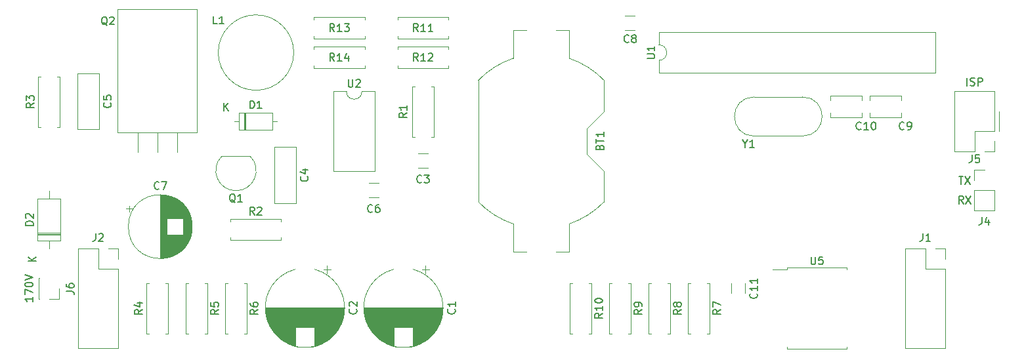
<source format=gbr>
%TF.GenerationSoftware,KiCad,Pcbnew,(6.0.0)*%
%TF.CreationDate,2022-01-22T21:28:23-08:00*%
%TF.ProjectId,nixie_main_board,6e697869-655f-46d6-9169-6e5f626f6172,rev?*%
%TF.SameCoordinates,Original*%
%TF.FileFunction,Legend,Top*%
%TF.FilePolarity,Positive*%
%FSLAX46Y46*%
G04 Gerber Fmt 4.6, Leading zero omitted, Abs format (unit mm)*
G04 Created by KiCad (PCBNEW (6.0.0)) date 2022-01-22 21:28:23*
%MOMM*%
%LPD*%
G01*
G04 APERTURE LIST*
%ADD10C,0.150000*%
%ADD11C,0.120000*%
G04 APERTURE END LIST*
D10*
X77922380Y-88725238D02*
X77922380Y-89296666D01*
X77922380Y-89010952D02*
X76922380Y-89010952D01*
X77065238Y-89106190D01*
X77160476Y-89201428D01*
X77208095Y-89296666D01*
X76922380Y-88391904D02*
X76922380Y-87725238D01*
X77922380Y-88153809D01*
X76922380Y-87153809D02*
X76922380Y-87058571D01*
X76970000Y-86963333D01*
X77017619Y-86915714D01*
X77112857Y-86868095D01*
X77303333Y-86820476D01*
X77541428Y-86820476D01*
X77731904Y-86868095D01*
X77827142Y-86915714D01*
X77874761Y-86963333D01*
X77922380Y-87058571D01*
X77922380Y-87153809D01*
X77874761Y-87249047D01*
X77827142Y-87296666D01*
X77731904Y-87344285D01*
X77541428Y-87391904D01*
X77303333Y-87391904D01*
X77112857Y-87344285D01*
X77017619Y-87296666D01*
X76970000Y-87249047D01*
X76922380Y-87153809D01*
X76922380Y-86534761D02*
X77922380Y-86201428D01*
X76922380Y-85868095D01*
X197358095Y-73112380D02*
X197929523Y-73112380D01*
X197643809Y-74112380D02*
X197643809Y-73112380D01*
X198167619Y-73112380D02*
X198834285Y-74112380D01*
X198834285Y-73112380D02*
X198167619Y-74112380D01*
X197953333Y-76652380D02*
X197620000Y-76176190D01*
X197381904Y-76652380D02*
X197381904Y-75652380D01*
X197762857Y-75652380D01*
X197858095Y-75700000D01*
X197905714Y-75747619D01*
X197953333Y-75842857D01*
X197953333Y-75985714D01*
X197905714Y-76080952D01*
X197858095Y-76128571D01*
X197762857Y-76176190D01*
X197381904Y-76176190D01*
X198286666Y-75652380D02*
X198953333Y-76652380D01*
X198953333Y-75652380D02*
X198286666Y-76652380D01*
D11*
X202565000Y-64770000D02*
X202565000Y-67310000D01*
D10*
X198413809Y-61412380D02*
X198413809Y-60412380D01*
X198842380Y-61364761D02*
X198985238Y-61412380D01*
X199223333Y-61412380D01*
X199318571Y-61364761D01*
X199366190Y-61317142D01*
X199413809Y-61221904D01*
X199413809Y-61126666D01*
X199366190Y-61031428D01*
X199318571Y-60983809D01*
X199223333Y-60936190D01*
X199032857Y-60888571D01*
X198937619Y-60840952D01*
X198890000Y-60793333D01*
X198842380Y-60698095D01*
X198842380Y-60602857D01*
X198890000Y-60507619D01*
X198937619Y-60460000D01*
X199032857Y-60412380D01*
X199270952Y-60412380D01*
X199413809Y-60460000D01*
X199842380Y-61412380D02*
X199842380Y-60412380D01*
X200223333Y-60412380D01*
X200318571Y-60460000D01*
X200366190Y-60507619D01*
X200413809Y-60602857D01*
X200413809Y-60745714D01*
X200366190Y-60840952D01*
X200318571Y-60888571D01*
X200223333Y-60936190D01*
X199842380Y-60936190D01*
%TO.C,R14*%
X116832142Y-58237380D02*
X116498809Y-57761190D01*
X116260714Y-58237380D02*
X116260714Y-57237380D01*
X116641666Y-57237380D01*
X116736904Y-57285000D01*
X116784523Y-57332619D01*
X116832142Y-57427857D01*
X116832142Y-57570714D01*
X116784523Y-57665952D01*
X116736904Y-57713571D01*
X116641666Y-57761190D01*
X116260714Y-57761190D01*
X117784523Y-58237380D02*
X117213095Y-58237380D01*
X117498809Y-58237380D02*
X117498809Y-57237380D01*
X117403571Y-57380238D01*
X117308333Y-57475476D01*
X117213095Y-57523095D01*
X118641666Y-57570714D02*
X118641666Y-58237380D01*
X118403571Y-57189761D02*
X118165476Y-57904047D01*
X118784523Y-57904047D01*
%TO.C,R13*%
X116832142Y-54427380D02*
X116498809Y-53951190D01*
X116260714Y-54427380D02*
X116260714Y-53427380D01*
X116641666Y-53427380D01*
X116736904Y-53475000D01*
X116784523Y-53522619D01*
X116832142Y-53617857D01*
X116832142Y-53760714D01*
X116784523Y-53855952D01*
X116736904Y-53903571D01*
X116641666Y-53951190D01*
X116260714Y-53951190D01*
X117784523Y-54427380D02*
X117213095Y-54427380D01*
X117498809Y-54427380D02*
X117498809Y-53427380D01*
X117403571Y-53570238D01*
X117308333Y-53665476D01*
X117213095Y-53713095D01*
X118117857Y-53427380D02*
X118736904Y-53427380D01*
X118403571Y-53808333D01*
X118546428Y-53808333D01*
X118641666Y-53855952D01*
X118689285Y-53903571D01*
X118736904Y-53998809D01*
X118736904Y-54236904D01*
X118689285Y-54332142D01*
X118641666Y-54379761D01*
X118546428Y-54427380D01*
X118260714Y-54427380D01*
X118165476Y-54379761D01*
X118117857Y-54332142D01*
%TO.C,R12*%
X127627142Y-58237380D02*
X127293809Y-57761190D01*
X127055714Y-58237380D02*
X127055714Y-57237380D01*
X127436666Y-57237380D01*
X127531904Y-57285000D01*
X127579523Y-57332619D01*
X127627142Y-57427857D01*
X127627142Y-57570714D01*
X127579523Y-57665952D01*
X127531904Y-57713571D01*
X127436666Y-57761190D01*
X127055714Y-57761190D01*
X128579523Y-58237380D02*
X128008095Y-58237380D01*
X128293809Y-58237380D02*
X128293809Y-57237380D01*
X128198571Y-57380238D01*
X128103333Y-57475476D01*
X128008095Y-57523095D01*
X128960476Y-57332619D02*
X129008095Y-57285000D01*
X129103333Y-57237380D01*
X129341428Y-57237380D01*
X129436666Y-57285000D01*
X129484285Y-57332619D01*
X129531904Y-57427857D01*
X129531904Y-57523095D01*
X129484285Y-57665952D01*
X128912857Y-58237380D01*
X129531904Y-58237380D01*
%TO.C,R11*%
X127627142Y-54427380D02*
X127293809Y-53951190D01*
X127055714Y-54427380D02*
X127055714Y-53427380D01*
X127436666Y-53427380D01*
X127531904Y-53475000D01*
X127579523Y-53522619D01*
X127627142Y-53617857D01*
X127627142Y-53760714D01*
X127579523Y-53855952D01*
X127531904Y-53903571D01*
X127436666Y-53951190D01*
X127055714Y-53951190D01*
X128579523Y-54427380D02*
X128008095Y-54427380D01*
X128293809Y-54427380D02*
X128293809Y-53427380D01*
X128198571Y-53570238D01*
X128103333Y-53665476D01*
X128008095Y-53713095D01*
X129531904Y-54427380D02*
X128960476Y-54427380D01*
X129246190Y-54427380D02*
X129246190Y-53427380D01*
X129150952Y-53570238D01*
X129055714Y-53665476D01*
X128960476Y-53713095D01*
%TO.C,J6*%
X82232380Y-87963333D02*
X82946666Y-87963333D01*
X83089523Y-88010952D01*
X83184761Y-88106190D01*
X83232380Y-88249047D01*
X83232380Y-88344285D01*
X82232380Y-87058571D02*
X82232380Y-87249047D01*
X82280000Y-87344285D01*
X82327619Y-87391904D01*
X82470476Y-87487142D01*
X82660952Y-87534761D01*
X83041904Y-87534761D01*
X83137142Y-87487142D01*
X83184761Y-87439523D01*
X83232380Y-87344285D01*
X83232380Y-87153809D01*
X83184761Y-87058571D01*
X83137142Y-87010952D01*
X83041904Y-86963333D01*
X82803809Y-86963333D01*
X82708571Y-87010952D01*
X82660952Y-87058571D01*
X82613333Y-87153809D01*
X82613333Y-87344285D01*
X82660952Y-87439523D01*
X82708571Y-87487142D01*
X82803809Y-87534761D01*
%TO.C,C9*%
X190313333Y-67022142D02*
X190265714Y-67069761D01*
X190122857Y-67117380D01*
X190027619Y-67117380D01*
X189884761Y-67069761D01*
X189789523Y-66974523D01*
X189741904Y-66879285D01*
X189694285Y-66688809D01*
X189694285Y-66545952D01*
X189741904Y-66355476D01*
X189789523Y-66260238D01*
X189884761Y-66165000D01*
X190027619Y-66117380D01*
X190122857Y-66117380D01*
X190265714Y-66165000D01*
X190313333Y-66212619D01*
X190789523Y-67117380D02*
X190980000Y-67117380D01*
X191075238Y-67069761D01*
X191122857Y-67022142D01*
X191218095Y-66879285D01*
X191265714Y-66688809D01*
X191265714Y-66307857D01*
X191218095Y-66212619D01*
X191170476Y-66165000D01*
X191075238Y-66117380D01*
X190884761Y-66117380D01*
X190789523Y-66165000D01*
X190741904Y-66212619D01*
X190694285Y-66307857D01*
X190694285Y-66545952D01*
X190741904Y-66641190D01*
X190789523Y-66688809D01*
X190884761Y-66736428D01*
X191075238Y-66736428D01*
X191170476Y-66688809D01*
X191218095Y-66641190D01*
X191265714Y-66545952D01*
%TO.C,J4*%
X200326666Y-78402380D02*
X200326666Y-79116666D01*
X200279047Y-79259523D01*
X200183809Y-79354761D01*
X200040952Y-79402380D01*
X199945714Y-79402380D01*
X201231428Y-78735714D02*
X201231428Y-79402380D01*
X200993333Y-78354761D02*
X200755238Y-79069047D01*
X201374285Y-79069047D01*
%TO.C,C11*%
X171317142Y-88252857D02*
X171364761Y-88300476D01*
X171412380Y-88443333D01*
X171412380Y-88538571D01*
X171364761Y-88681428D01*
X171269523Y-88776666D01*
X171174285Y-88824285D01*
X170983809Y-88871904D01*
X170840952Y-88871904D01*
X170650476Y-88824285D01*
X170555238Y-88776666D01*
X170460000Y-88681428D01*
X170412380Y-88538571D01*
X170412380Y-88443333D01*
X170460000Y-88300476D01*
X170507619Y-88252857D01*
X171412380Y-87300476D02*
X171412380Y-87871904D01*
X171412380Y-87586190D02*
X170412380Y-87586190D01*
X170555238Y-87681428D01*
X170650476Y-87776666D01*
X170698095Y-87871904D01*
X171412380Y-86348095D02*
X171412380Y-86919523D01*
X171412380Y-86633809D02*
X170412380Y-86633809D01*
X170555238Y-86729047D01*
X170650476Y-86824285D01*
X170698095Y-86919523D01*
%TO.C,J5*%
X199056666Y-70362380D02*
X199056666Y-71076666D01*
X199009047Y-71219523D01*
X198913809Y-71314761D01*
X198770952Y-71362380D01*
X198675714Y-71362380D01*
X200009047Y-70362380D02*
X199532857Y-70362380D01*
X199485238Y-70838571D01*
X199532857Y-70790952D01*
X199628095Y-70743333D01*
X199866190Y-70743333D01*
X199961428Y-70790952D01*
X200009047Y-70838571D01*
X200056666Y-70933809D01*
X200056666Y-71171904D01*
X200009047Y-71267142D01*
X199961428Y-71314761D01*
X199866190Y-71362380D01*
X199628095Y-71362380D01*
X199532857Y-71314761D01*
X199485238Y-71267142D01*
%TO.C,Y1*%
X169803809Y-68906190D02*
X169803809Y-69382380D01*
X169470476Y-68382380D02*
X169803809Y-68906190D01*
X170137142Y-68382380D01*
X170994285Y-69382380D02*
X170422857Y-69382380D01*
X170708571Y-69382380D02*
X170708571Y-68382380D01*
X170613333Y-68525238D01*
X170518095Y-68620476D01*
X170422857Y-68668095D01*
%TO.C,R10*%
X151412380Y-90812857D02*
X150936190Y-91146190D01*
X151412380Y-91384285D02*
X150412380Y-91384285D01*
X150412380Y-91003333D01*
X150460000Y-90908095D01*
X150507619Y-90860476D01*
X150602857Y-90812857D01*
X150745714Y-90812857D01*
X150840952Y-90860476D01*
X150888571Y-90908095D01*
X150936190Y-91003333D01*
X150936190Y-91384285D01*
X151412380Y-89860476D02*
X151412380Y-90431904D01*
X151412380Y-90146190D02*
X150412380Y-90146190D01*
X150555238Y-90241428D01*
X150650476Y-90336666D01*
X150698095Y-90431904D01*
X150412380Y-89241428D02*
X150412380Y-89146190D01*
X150460000Y-89050952D01*
X150507619Y-89003333D01*
X150602857Y-88955714D01*
X150793333Y-88908095D01*
X151031428Y-88908095D01*
X151221904Y-88955714D01*
X151317142Y-89003333D01*
X151364761Y-89050952D01*
X151412380Y-89146190D01*
X151412380Y-89241428D01*
X151364761Y-89336666D01*
X151317142Y-89384285D01*
X151221904Y-89431904D01*
X151031428Y-89479523D01*
X150793333Y-89479523D01*
X150602857Y-89431904D01*
X150507619Y-89384285D01*
X150460000Y-89336666D01*
X150412380Y-89241428D01*
%TO.C,R9*%
X156492380Y-90336666D02*
X156016190Y-90670000D01*
X156492380Y-90908095D02*
X155492380Y-90908095D01*
X155492380Y-90527142D01*
X155540000Y-90431904D01*
X155587619Y-90384285D01*
X155682857Y-90336666D01*
X155825714Y-90336666D01*
X155920952Y-90384285D01*
X155968571Y-90431904D01*
X156016190Y-90527142D01*
X156016190Y-90908095D01*
X156492380Y-89860476D02*
X156492380Y-89670000D01*
X156444761Y-89574761D01*
X156397142Y-89527142D01*
X156254285Y-89431904D01*
X156063809Y-89384285D01*
X155682857Y-89384285D01*
X155587619Y-89431904D01*
X155540000Y-89479523D01*
X155492380Y-89574761D01*
X155492380Y-89765238D01*
X155540000Y-89860476D01*
X155587619Y-89908095D01*
X155682857Y-89955714D01*
X155920952Y-89955714D01*
X156016190Y-89908095D01*
X156063809Y-89860476D01*
X156111428Y-89765238D01*
X156111428Y-89574761D01*
X156063809Y-89479523D01*
X156016190Y-89431904D01*
X155920952Y-89384285D01*
%TO.C,R8*%
X161572380Y-90336666D02*
X161096190Y-90670000D01*
X161572380Y-90908095D02*
X160572380Y-90908095D01*
X160572380Y-90527142D01*
X160620000Y-90431904D01*
X160667619Y-90384285D01*
X160762857Y-90336666D01*
X160905714Y-90336666D01*
X161000952Y-90384285D01*
X161048571Y-90431904D01*
X161096190Y-90527142D01*
X161096190Y-90908095D01*
X161000952Y-89765238D02*
X160953333Y-89860476D01*
X160905714Y-89908095D01*
X160810476Y-89955714D01*
X160762857Y-89955714D01*
X160667619Y-89908095D01*
X160620000Y-89860476D01*
X160572380Y-89765238D01*
X160572380Y-89574761D01*
X160620000Y-89479523D01*
X160667619Y-89431904D01*
X160762857Y-89384285D01*
X160810476Y-89384285D01*
X160905714Y-89431904D01*
X160953333Y-89479523D01*
X161000952Y-89574761D01*
X161000952Y-89765238D01*
X161048571Y-89860476D01*
X161096190Y-89908095D01*
X161191428Y-89955714D01*
X161381904Y-89955714D01*
X161477142Y-89908095D01*
X161524761Y-89860476D01*
X161572380Y-89765238D01*
X161572380Y-89574761D01*
X161524761Y-89479523D01*
X161477142Y-89431904D01*
X161381904Y-89384285D01*
X161191428Y-89384285D01*
X161096190Y-89431904D01*
X161048571Y-89479523D01*
X161000952Y-89574761D01*
%TO.C,R7*%
X166652380Y-90336666D02*
X166176190Y-90670000D01*
X166652380Y-90908095D02*
X165652380Y-90908095D01*
X165652380Y-90527142D01*
X165700000Y-90431904D01*
X165747619Y-90384285D01*
X165842857Y-90336666D01*
X165985714Y-90336666D01*
X166080952Y-90384285D01*
X166128571Y-90431904D01*
X166176190Y-90527142D01*
X166176190Y-90908095D01*
X165652380Y-90003333D02*
X165652380Y-89336666D01*
X166652380Y-89765238D01*
%TO.C,C10*%
X184757142Y-67022142D02*
X184709523Y-67069761D01*
X184566666Y-67117380D01*
X184471428Y-67117380D01*
X184328571Y-67069761D01*
X184233333Y-66974523D01*
X184185714Y-66879285D01*
X184138095Y-66688809D01*
X184138095Y-66545952D01*
X184185714Y-66355476D01*
X184233333Y-66260238D01*
X184328571Y-66165000D01*
X184471428Y-66117380D01*
X184566666Y-66117380D01*
X184709523Y-66165000D01*
X184757142Y-66212619D01*
X185709523Y-67117380D02*
X185138095Y-67117380D01*
X185423809Y-67117380D02*
X185423809Y-66117380D01*
X185328571Y-66260238D01*
X185233333Y-66355476D01*
X185138095Y-66403095D01*
X186328571Y-66117380D02*
X186423809Y-66117380D01*
X186519047Y-66165000D01*
X186566666Y-66212619D01*
X186614285Y-66307857D01*
X186661904Y-66498333D01*
X186661904Y-66736428D01*
X186614285Y-66926904D01*
X186566666Y-67022142D01*
X186519047Y-67069761D01*
X186423809Y-67117380D01*
X186328571Y-67117380D01*
X186233333Y-67069761D01*
X186185714Y-67022142D01*
X186138095Y-66926904D01*
X186090476Y-66736428D01*
X186090476Y-66498333D01*
X186138095Y-66307857D01*
X186185714Y-66212619D01*
X186233333Y-66165000D01*
X186328571Y-66117380D01*
%TO.C,C8*%
X154803333Y-55757142D02*
X154755714Y-55804761D01*
X154612857Y-55852380D01*
X154517619Y-55852380D01*
X154374761Y-55804761D01*
X154279523Y-55709523D01*
X154231904Y-55614285D01*
X154184285Y-55423809D01*
X154184285Y-55280952D01*
X154231904Y-55090476D01*
X154279523Y-54995238D01*
X154374761Y-54900000D01*
X154517619Y-54852380D01*
X154612857Y-54852380D01*
X154755714Y-54900000D01*
X154803333Y-54947619D01*
X155374761Y-55280952D02*
X155279523Y-55233333D01*
X155231904Y-55185714D01*
X155184285Y-55090476D01*
X155184285Y-55042857D01*
X155231904Y-54947619D01*
X155279523Y-54900000D01*
X155374761Y-54852380D01*
X155565238Y-54852380D01*
X155660476Y-54900000D01*
X155708095Y-54947619D01*
X155755714Y-55042857D01*
X155755714Y-55090476D01*
X155708095Y-55185714D01*
X155660476Y-55233333D01*
X155565238Y-55280952D01*
X155374761Y-55280952D01*
X155279523Y-55328571D01*
X155231904Y-55376190D01*
X155184285Y-55471428D01*
X155184285Y-55661904D01*
X155231904Y-55757142D01*
X155279523Y-55804761D01*
X155374761Y-55852380D01*
X155565238Y-55852380D01*
X155660476Y-55804761D01*
X155708095Y-55757142D01*
X155755714Y-55661904D01*
X155755714Y-55471428D01*
X155708095Y-55376190D01*
X155660476Y-55328571D01*
X155565238Y-55280952D01*
%TO.C,C1*%
X132337142Y-90276666D02*
X132384761Y-90324285D01*
X132432380Y-90467142D01*
X132432380Y-90562380D01*
X132384761Y-90705238D01*
X132289523Y-90800476D01*
X132194285Y-90848095D01*
X132003809Y-90895714D01*
X131860952Y-90895714D01*
X131670476Y-90848095D01*
X131575238Y-90800476D01*
X131480000Y-90705238D01*
X131432380Y-90562380D01*
X131432380Y-90467142D01*
X131480000Y-90324285D01*
X131527619Y-90276666D01*
X132432380Y-89324285D02*
X132432380Y-89895714D01*
X132432380Y-89610000D02*
X131432380Y-89610000D01*
X131575238Y-89705238D01*
X131670476Y-89800476D01*
X131718095Y-89895714D01*
%TO.C,C2*%
X119637142Y-90276666D02*
X119684761Y-90324285D01*
X119732380Y-90467142D01*
X119732380Y-90562380D01*
X119684761Y-90705238D01*
X119589523Y-90800476D01*
X119494285Y-90848095D01*
X119303809Y-90895714D01*
X119160952Y-90895714D01*
X118970476Y-90848095D01*
X118875238Y-90800476D01*
X118780000Y-90705238D01*
X118732380Y-90562380D01*
X118732380Y-90467142D01*
X118780000Y-90324285D01*
X118827619Y-90276666D01*
X118827619Y-89895714D02*
X118780000Y-89848095D01*
X118732380Y-89752857D01*
X118732380Y-89514761D01*
X118780000Y-89419523D01*
X118827619Y-89371904D01*
X118922857Y-89324285D01*
X119018095Y-89324285D01*
X119160952Y-89371904D01*
X119732380Y-89943333D01*
X119732380Y-89324285D01*
%TO.C,C3*%
X128083333Y-73872142D02*
X128035714Y-73919761D01*
X127892857Y-73967380D01*
X127797619Y-73967380D01*
X127654761Y-73919761D01*
X127559523Y-73824523D01*
X127511904Y-73729285D01*
X127464285Y-73538809D01*
X127464285Y-73395952D01*
X127511904Y-73205476D01*
X127559523Y-73110238D01*
X127654761Y-73015000D01*
X127797619Y-72967380D01*
X127892857Y-72967380D01*
X128035714Y-73015000D01*
X128083333Y-73062619D01*
X128416666Y-72967380D02*
X129035714Y-72967380D01*
X128702380Y-73348333D01*
X128845238Y-73348333D01*
X128940476Y-73395952D01*
X128988095Y-73443571D01*
X129035714Y-73538809D01*
X129035714Y-73776904D01*
X128988095Y-73872142D01*
X128940476Y-73919761D01*
X128845238Y-73967380D01*
X128559523Y-73967380D01*
X128464285Y-73919761D01*
X128416666Y-73872142D01*
%TO.C,C4*%
X113347142Y-73151666D02*
X113394761Y-73199285D01*
X113442380Y-73342142D01*
X113442380Y-73437380D01*
X113394761Y-73580238D01*
X113299523Y-73675476D01*
X113204285Y-73723095D01*
X113013809Y-73770714D01*
X112870952Y-73770714D01*
X112680476Y-73723095D01*
X112585238Y-73675476D01*
X112490000Y-73580238D01*
X112442380Y-73437380D01*
X112442380Y-73342142D01*
X112490000Y-73199285D01*
X112537619Y-73151666D01*
X112775714Y-72294523D02*
X113442380Y-72294523D01*
X112394761Y-72532619D02*
X113109047Y-72770714D01*
X113109047Y-72151666D01*
%TO.C,D1*%
X105941904Y-64372380D02*
X105941904Y-63372380D01*
X106180000Y-63372380D01*
X106322857Y-63420000D01*
X106418095Y-63515238D01*
X106465714Y-63610476D01*
X106513333Y-63800952D01*
X106513333Y-63943809D01*
X106465714Y-64134285D01*
X106418095Y-64229523D01*
X106322857Y-64324761D01*
X106180000Y-64372380D01*
X105941904Y-64372380D01*
X107465714Y-64372380D02*
X106894285Y-64372380D01*
X107180000Y-64372380D02*
X107180000Y-63372380D01*
X107084761Y-63515238D01*
X106989523Y-63610476D01*
X106894285Y-63658095D01*
X102608095Y-64692380D02*
X102608095Y-63692380D01*
X103179523Y-64692380D02*
X102750952Y-64120952D01*
X103179523Y-63692380D02*
X102608095Y-64263809D01*
%TO.C,L1*%
X101723333Y-53442380D02*
X101247142Y-53442380D01*
X101247142Y-52442380D01*
X102580476Y-53442380D02*
X102009047Y-53442380D01*
X102294761Y-53442380D02*
X102294761Y-52442380D01*
X102199523Y-52585238D01*
X102104285Y-52680476D01*
X102009047Y-52728095D01*
%TO.C,Q1*%
X104044761Y-76497619D02*
X103949523Y-76450000D01*
X103854285Y-76354761D01*
X103711428Y-76211904D01*
X103616190Y-76164285D01*
X103520952Y-76164285D01*
X103568571Y-76402380D02*
X103473333Y-76354761D01*
X103378095Y-76259523D01*
X103330476Y-76069047D01*
X103330476Y-75735714D01*
X103378095Y-75545238D01*
X103473333Y-75450000D01*
X103568571Y-75402380D01*
X103759047Y-75402380D01*
X103854285Y-75450000D01*
X103949523Y-75545238D01*
X103997142Y-75735714D01*
X103997142Y-76069047D01*
X103949523Y-76259523D01*
X103854285Y-76354761D01*
X103759047Y-76402380D01*
X103568571Y-76402380D01*
X104949523Y-76402380D02*
X104378095Y-76402380D01*
X104663809Y-76402380D02*
X104663809Y-75402380D01*
X104568571Y-75545238D01*
X104473333Y-75640476D01*
X104378095Y-75688095D01*
%TO.C,Q2*%
X87534761Y-53627619D02*
X87439523Y-53580000D01*
X87344285Y-53484761D01*
X87201428Y-53341904D01*
X87106190Y-53294285D01*
X87010952Y-53294285D01*
X87058571Y-53532380D02*
X86963333Y-53484761D01*
X86868095Y-53389523D01*
X86820476Y-53199047D01*
X86820476Y-52865714D01*
X86868095Y-52675238D01*
X86963333Y-52580000D01*
X87058571Y-52532380D01*
X87249047Y-52532380D01*
X87344285Y-52580000D01*
X87439523Y-52675238D01*
X87487142Y-52865714D01*
X87487142Y-53199047D01*
X87439523Y-53389523D01*
X87344285Y-53484761D01*
X87249047Y-53532380D01*
X87058571Y-53532380D01*
X87868095Y-52627619D02*
X87915714Y-52580000D01*
X88010952Y-52532380D01*
X88249047Y-52532380D01*
X88344285Y-52580000D01*
X88391904Y-52627619D01*
X88439523Y-52722857D01*
X88439523Y-52818095D01*
X88391904Y-52960952D01*
X87820476Y-53532380D01*
X88439523Y-53532380D01*
%TO.C,R3*%
X78092380Y-63666666D02*
X77616190Y-64000000D01*
X78092380Y-64238095D02*
X77092380Y-64238095D01*
X77092380Y-63857142D01*
X77140000Y-63761904D01*
X77187619Y-63714285D01*
X77282857Y-63666666D01*
X77425714Y-63666666D01*
X77520952Y-63714285D01*
X77568571Y-63761904D01*
X77616190Y-63857142D01*
X77616190Y-64238095D01*
X77092380Y-63333333D02*
X77092380Y-62714285D01*
X77473333Y-63047619D01*
X77473333Y-62904761D01*
X77520952Y-62809523D01*
X77568571Y-62761904D01*
X77663809Y-62714285D01*
X77901904Y-62714285D01*
X77997142Y-62761904D01*
X78044761Y-62809523D01*
X78092380Y-62904761D01*
X78092380Y-63190476D01*
X78044761Y-63285714D01*
X77997142Y-63333333D01*
%TO.C,R4*%
X92062380Y-90336666D02*
X91586190Y-90670000D01*
X92062380Y-90908095D02*
X91062380Y-90908095D01*
X91062380Y-90527142D01*
X91110000Y-90431904D01*
X91157619Y-90384285D01*
X91252857Y-90336666D01*
X91395714Y-90336666D01*
X91490952Y-90384285D01*
X91538571Y-90431904D01*
X91586190Y-90527142D01*
X91586190Y-90908095D01*
X91395714Y-89479523D02*
X92062380Y-89479523D01*
X91014761Y-89717619D02*
X91729047Y-89955714D01*
X91729047Y-89336666D01*
%TO.C,R5*%
X101882380Y-90336666D02*
X101406190Y-90670000D01*
X101882380Y-90908095D02*
X100882380Y-90908095D01*
X100882380Y-90527142D01*
X100930000Y-90431904D01*
X100977619Y-90384285D01*
X101072857Y-90336666D01*
X101215714Y-90336666D01*
X101310952Y-90384285D01*
X101358571Y-90431904D01*
X101406190Y-90527142D01*
X101406190Y-90908095D01*
X100882380Y-89431904D02*
X100882380Y-89908095D01*
X101358571Y-89955714D01*
X101310952Y-89908095D01*
X101263333Y-89812857D01*
X101263333Y-89574761D01*
X101310952Y-89479523D01*
X101358571Y-89431904D01*
X101453809Y-89384285D01*
X101691904Y-89384285D01*
X101787142Y-89431904D01*
X101834761Y-89479523D01*
X101882380Y-89574761D01*
X101882380Y-89812857D01*
X101834761Y-89908095D01*
X101787142Y-89955714D01*
%TO.C,R6*%
X106962380Y-90336666D02*
X106486190Y-90670000D01*
X106962380Y-90908095D02*
X105962380Y-90908095D01*
X105962380Y-90527142D01*
X106010000Y-90431904D01*
X106057619Y-90384285D01*
X106152857Y-90336666D01*
X106295714Y-90336666D01*
X106390952Y-90384285D01*
X106438571Y-90431904D01*
X106486190Y-90527142D01*
X106486190Y-90908095D01*
X105962380Y-89479523D02*
X105962380Y-89670000D01*
X106010000Y-89765238D01*
X106057619Y-89812857D01*
X106200476Y-89908095D01*
X106390952Y-89955714D01*
X106771904Y-89955714D01*
X106867142Y-89908095D01*
X106914761Y-89860476D01*
X106962380Y-89765238D01*
X106962380Y-89574761D01*
X106914761Y-89479523D01*
X106867142Y-89431904D01*
X106771904Y-89384285D01*
X106533809Y-89384285D01*
X106438571Y-89431904D01*
X106390952Y-89479523D01*
X106343333Y-89574761D01*
X106343333Y-89765238D01*
X106390952Y-89860476D01*
X106438571Y-89908095D01*
X106533809Y-89955714D01*
%TO.C,U1*%
X157142380Y-57911904D02*
X157951904Y-57911904D01*
X158047142Y-57864285D01*
X158094761Y-57816666D01*
X158142380Y-57721428D01*
X158142380Y-57530952D01*
X158094761Y-57435714D01*
X158047142Y-57388095D01*
X157951904Y-57340476D01*
X157142380Y-57340476D01*
X158142380Y-56340476D02*
X158142380Y-56911904D01*
X158142380Y-56626190D02*
X157142380Y-56626190D01*
X157285238Y-56721428D01*
X157380476Y-56816666D01*
X157428095Y-56911904D01*
%TO.C,BT1*%
X151058571Y-69365714D02*
X151106190Y-69222857D01*
X151153809Y-69175238D01*
X151249047Y-69127619D01*
X151391904Y-69127619D01*
X151487142Y-69175238D01*
X151534761Y-69222857D01*
X151582380Y-69318095D01*
X151582380Y-69699047D01*
X150582380Y-69699047D01*
X150582380Y-69365714D01*
X150630000Y-69270476D01*
X150677619Y-69222857D01*
X150772857Y-69175238D01*
X150868095Y-69175238D01*
X150963333Y-69222857D01*
X151010952Y-69270476D01*
X151058571Y-69365714D01*
X151058571Y-69699047D01*
X150582380Y-68841904D02*
X150582380Y-68270476D01*
X151582380Y-68556190D02*
X150582380Y-68556190D01*
X151582380Y-67413333D02*
X151582380Y-67984761D01*
X151582380Y-67699047D02*
X150582380Y-67699047D01*
X150725238Y-67794285D01*
X150820476Y-67889523D01*
X150868095Y-67984761D01*
%TO.C,D2*%
X77992380Y-79478095D02*
X76992380Y-79478095D01*
X76992380Y-79240000D01*
X77040000Y-79097142D01*
X77135238Y-79001904D01*
X77230476Y-78954285D01*
X77420952Y-78906666D01*
X77563809Y-78906666D01*
X77754285Y-78954285D01*
X77849523Y-79001904D01*
X77944761Y-79097142D01*
X77992380Y-79240000D01*
X77992380Y-79478095D01*
X77087619Y-78525714D02*
X77040000Y-78478095D01*
X76992380Y-78382857D01*
X76992380Y-78144761D01*
X77040000Y-78049523D01*
X77087619Y-78001904D01*
X77182857Y-77954285D01*
X77278095Y-77954285D01*
X77420952Y-78001904D01*
X77992380Y-78573333D01*
X77992380Y-77954285D01*
X78362380Y-84081904D02*
X77362380Y-84081904D01*
X78362380Y-83510476D02*
X77790952Y-83939047D01*
X77362380Y-83510476D02*
X77933809Y-84081904D01*
%TO.C,J2*%
X86026666Y-80502380D02*
X86026666Y-81216666D01*
X85979047Y-81359523D01*
X85883809Y-81454761D01*
X85740952Y-81502380D01*
X85645714Y-81502380D01*
X86455238Y-80597619D02*
X86502857Y-80550000D01*
X86598095Y-80502380D01*
X86836190Y-80502380D01*
X86931428Y-80550000D01*
X86979047Y-80597619D01*
X87026666Y-80692857D01*
X87026666Y-80788095D01*
X86979047Y-80930952D01*
X86407619Y-81502380D01*
X87026666Y-81502380D01*
%TO.C,C5*%
X87947142Y-63626666D02*
X87994761Y-63674285D01*
X88042380Y-63817142D01*
X88042380Y-63912380D01*
X87994761Y-64055238D01*
X87899523Y-64150476D01*
X87804285Y-64198095D01*
X87613809Y-64245714D01*
X87470952Y-64245714D01*
X87280476Y-64198095D01*
X87185238Y-64150476D01*
X87090000Y-64055238D01*
X87042380Y-63912380D01*
X87042380Y-63817142D01*
X87090000Y-63674285D01*
X87137619Y-63626666D01*
X87042380Y-62721904D02*
X87042380Y-63198095D01*
X87518571Y-63245714D01*
X87470952Y-63198095D01*
X87423333Y-63102857D01*
X87423333Y-62864761D01*
X87470952Y-62769523D01*
X87518571Y-62721904D01*
X87613809Y-62674285D01*
X87851904Y-62674285D01*
X87947142Y-62721904D01*
X87994761Y-62769523D01*
X88042380Y-62864761D01*
X88042380Y-63102857D01*
X87994761Y-63198095D01*
X87947142Y-63245714D01*
%TO.C,R2*%
X106513333Y-78092380D02*
X106180000Y-77616190D01*
X105941904Y-78092380D02*
X105941904Y-77092380D01*
X106322857Y-77092380D01*
X106418095Y-77140000D01*
X106465714Y-77187619D01*
X106513333Y-77282857D01*
X106513333Y-77425714D01*
X106465714Y-77520952D01*
X106418095Y-77568571D01*
X106322857Y-77616190D01*
X105941904Y-77616190D01*
X106894285Y-77187619D02*
X106941904Y-77140000D01*
X107037142Y-77092380D01*
X107275238Y-77092380D01*
X107370476Y-77140000D01*
X107418095Y-77187619D01*
X107465714Y-77282857D01*
X107465714Y-77378095D01*
X107418095Y-77520952D01*
X106846666Y-78092380D01*
X107465714Y-78092380D01*
%TO.C,J1*%
X192706666Y-80502380D02*
X192706666Y-81216666D01*
X192659047Y-81359523D01*
X192563809Y-81454761D01*
X192420952Y-81502380D01*
X192325714Y-81502380D01*
X193706666Y-81502380D02*
X193135238Y-81502380D01*
X193420952Y-81502380D02*
X193420952Y-80502380D01*
X193325714Y-80645238D01*
X193230476Y-80740476D01*
X193135238Y-80788095D01*
%TO.C,C6*%
X121733333Y-77682142D02*
X121685714Y-77729761D01*
X121542857Y-77777380D01*
X121447619Y-77777380D01*
X121304761Y-77729761D01*
X121209523Y-77634523D01*
X121161904Y-77539285D01*
X121114285Y-77348809D01*
X121114285Y-77205952D01*
X121161904Y-77015476D01*
X121209523Y-76920238D01*
X121304761Y-76825000D01*
X121447619Y-76777380D01*
X121542857Y-76777380D01*
X121685714Y-76825000D01*
X121733333Y-76872619D01*
X122590476Y-76777380D02*
X122400000Y-76777380D01*
X122304761Y-76825000D01*
X122257142Y-76872619D01*
X122161904Y-77015476D01*
X122114285Y-77205952D01*
X122114285Y-77586904D01*
X122161904Y-77682142D01*
X122209523Y-77729761D01*
X122304761Y-77777380D01*
X122495238Y-77777380D01*
X122590476Y-77729761D01*
X122638095Y-77682142D01*
X122685714Y-77586904D01*
X122685714Y-77348809D01*
X122638095Y-77253571D01*
X122590476Y-77205952D01*
X122495238Y-77158333D01*
X122304761Y-77158333D01*
X122209523Y-77205952D01*
X122161904Y-77253571D01*
X122114285Y-77348809D01*
%TO.C,U5*%
X178308095Y-83522380D02*
X178308095Y-84331904D01*
X178355714Y-84427142D01*
X178403333Y-84474761D01*
X178498571Y-84522380D01*
X178689047Y-84522380D01*
X178784285Y-84474761D01*
X178831904Y-84427142D01*
X178879523Y-84331904D01*
X178879523Y-83522380D01*
X179831904Y-83522380D02*
X179355714Y-83522380D01*
X179308095Y-83998571D01*
X179355714Y-83950952D01*
X179450952Y-83903333D01*
X179689047Y-83903333D01*
X179784285Y-83950952D01*
X179831904Y-83998571D01*
X179879523Y-84093809D01*
X179879523Y-84331904D01*
X179831904Y-84427142D01*
X179784285Y-84474761D01*
X179689047Y-84522380D01*
X179450952Y-84522380D01*
X179355714Y-84474761D01*
X179308095Y-84427142D01*
%TO.C,R1*%
X126182380Y-64936666D02*
X125706190Y-65270000D01*
X126182380Y-65508095D02*
X125182380Y-65508095D01*
X125182380Y-65127142D01*
X125230000Y-65031904D01*
X125277619Y-64984285D01*
X125372857Y-64936666D01*
X125515714Y-64936666D01*
X125610952Y-64984285D01*
X125658571Y-65031904D01*
X125706190Y-65127142D01*
X125706190Y-65508095D01*
X126182380Y-63984285D02*
X126182380Y-64555714D01*
X126182380Y-64270000D02*
X125182380Y-64270000D01*
X125325238Y-64365238D01*
X125420476Y-64460476D01*
X125468095Y-64555714D01*
%TO.C,C7*%
X94213574Y-74732142D02*
X94165955Y-74779761D01*
X94023098Y-74827380D01*
X93927860Y-74827380D01*
X93785002Y-74779761D01*
X93689764Y-74684523D01*
X93642145Y-74589285D01*
X93594526Y-74398809D01*
X93594526Y-74255952D01*
X93642145Y-74065476D01*
X93689764Y-73970238D01*
X93785002Y-73875000D01*
X93927860Y-73827380D01*
X94023098Y-73827380D01*
X94165955Y-73875000D01*
X94213574Y-73922619D01*
X94546907Y-73827380D02*
X95213574Y-73827380D01*
X94785002Y-74827380D01*
%TO.C,U2*%
X118618095Y-60622380D02*
X118618095Y-61431904D01*
X118665714Y-61527142D01*
X118713333Y-61574761D01*
X118808571Y-61622380D01*
X118999047Y-61622380D01*
X119094285Y-61574761D01*
X119141904Y-61527142D01*
X119189523Y-61431904D01*
X119189523Y-60622380D01*
X119618095Y-60717619D02*
X119665714Y-60670000D01*
X119760952Y-60622380D01*
X119999047Y-60622380D01*
X120094285Y-60670000D01*
X120141904Y-60717619D01*
X120189523Y-60812857D01*
X120189523Y-60908095D01*
X120141904Y-61050952D01*
X119570476Y-61622380D01*
X120189523Y-61622380D01*
D11*
%TO.C,R14*%
X114205000Y-56745000D02*
X114205000Y-56415000D01*
X114205000Y-56415000D02*
X120745000Y-56415000D01*
X120745000Y-56415000D02*
X120745000Y-56745000D01*
X114205000Y-58825000D02*
X114205000Y-59155000D01*
X114205000Y-59155000D02*
X120745000Y-59155000D01*
X120745000Y-59155000D02*
X120745000Y-58825000D01*
%TO.C,R13*%
X120745000Y-55345000D02*
X120745000Y-55015000D01*
X114205000Y-55345000D02*
X120745000Y-55345000D01*
X114205000Y-55015000D02*
X114205000Y-55345000D01*
X120745000Y-52605000D02*
X120745000Y-52935000D01*
X114205000Y-52605000D02*
X120745000Y-52605000D01*
X114205000Y-52935000D02*
X114205000Y-52605000D01*
%TO.C,R12*%
X125000000Y-56415000D02*
X125000000Y-56745000D01*
X131540000Y-56415000D02*
X125000000Y-56415000D01*
X131540000Y-56745000D02*
X131540000Y-56415000D01*
X125000000Y-59155000D02*
X125000000Y-58825000D01*
X131540000Y-59155000D02*
X125000000Y-59155000D01*
X131540000Y-58825000D02*
X131540000Y-59155000D01*
%TO.C,R11*%
X131540000Y-55015000D02*
X131540000Y-55345000D01*
X131540000Y-55345000D02*
X125000000Y-55345000D01*
X125000000Y-55345000D02*
X125000000Y-55015000D01*
X131540000Y-52935000D02*
X131540000Y-52605000D01*
X131540000Y-52605000D02*
X125000000Y-52605000D01*
X125000000Y-52605000D02*
X125000000Y-52935000D01*
%TO.C,J6*%
X78680000Y-86300000D02*
X78680000Y-88960000D01*
X78800000Y-86300000D02*
X78680000Y-86300000D01*
X78800000Y-88960000D02*
X78680000Y-88960000D01*
X81340000Y-88960000D02*
X80010000Y-88960000D01*
X81340000Y-87630000D02*
X81340000Y-88960000D01*
%TO.C,C9*%
X185920000Y-62715000D02*
X189960000Y-62715000D01*
X185920000Y-65555000D02*
X189960000Y-65555000D01*
X185920000Y-62715000D02*
X185920000Y-63340000D01*
X185920000Y-64930000D02*
X185920000Y-65555000D01*
X189960000Y-62715000D02*
X189960000Y-63340000D01*
X189960000Y-64930000D02*
X189960000Y-65555000D01*
%TO.C,J4*%
X199330000Y-72330000D02*
X200660000Y-72330000D01*
X199330000Y-73660000D02*
X199330000Y-72330000D01*
X199330000Y-74930000D02*
X201990000Y-74930000D01*
X201990000Y-74930000D02*
X201990000Y-77530000D01*
X199330000Y-74930000D02*
X199330000Y-77530000D01*
X199330000Y-77530000D02*
X201990000Y-77530000D01*
%TO.C,C11*%
X167990000Y-86981000D02*
X167990000Y-88239000D01*
X169830000Y-86981000D02*
X169830000Y-88239000D01*
%TO.C,J5*%
X201990000Y-62170000D02*
X196790000Y-62170000D01*
X201990000Y-67310000D02*
X201990000Y-62170000D01*
X196790000Y-69910000D02*
X196790000Y-62170000D01*
X201990000Y-67310000D02*
X199390000Y-67310000D01*
X199390000Y-67310000D02*
X199390000Y-69910000D01*
X199390000Y-69910000D02*
X196790000Y-69910000D01*
X201990000Y-68580000D02*
X201990000Y-69910000D01*
X201990000Y-69910000D02*
X200660000Y-69910000D01*
%TO.C,Y1*%
X170965000Y-62880000D02*
G75*
G03*
X170965000Y-67930000I0J-2525000D01*
G01*
X177215000Y-67930000D02*
G75*
G03*
X177215000Y-62880000I0J2525000D01*
G01*
X177215000Y-62880000D02*
X170965000Y-62880000D01*
X177215000Y-67930000D02*
X170965000Y-67930000D01*
%TO.C,R10*%
X147220000Y-93440000D02*
X147550000Y-93440000D01*
X147220000Y-86900000D02*
X147220000Y-93440000D01*
X147550000Y-86900000D02*
X147220000Y-86900000D01*
X149960000Y-93440000D02*
X149630000Y-93440000D01*
X149960000Y-86900000D02*
X149960000Y-93440000D01*
X149630000Y-86900000D02*
X149960000Y-86900000D01*
%TO.C,R9*%
X152300000Y-93440000D02*
X152630000Y-93440000D01*
X152300000Y-86900000D02*
X152300000Y-93440000D01*
X152630000Y-86900000D02*
X152300000Y-86900000D01*
X155040000Y-93440000D02*
X154710000Y-93440000D01*
X155040000Y-86900000D02*
X155040000Y-93440000D01*
X154710000Y-86900000D02*
X155040000Y-86900000D01*
%TO.C,R8*%
X157380000Y-93440000D02*
X157710000Y-93440000D01*
X157380000Y-86900000D02*
X157380000Y-93440000D01*
X157710000Y-86900000D02*
X157380000Y-86900000D01*
X160120000Y-93440000D02*
X159790000Y-93440000D01*
X160120000Y-86900000D02*
X160120000Y-93440000D01*
X159790000Y-86900000D02*
X160120000Y-86900000D01*
%TO.C,R7*%
X164870000Y-86900000D02*
X165200000Y-86900000D01*
X165200000Y-86900000D02*
X165200000Y-93440000D01*
X165200000Y-93440000D02*
X164870000Y-93440000D01*
X162790000Y-86900000D02*
X162460000Y-86900000D01*
X162460000Y-86900000D02*
X162460000Y-93440000D01*
X162460000Y-93440000D02*
X162790000Y-93440000D01*
%TO.C,C10*%
X184880000Y-64930000D02*
X184880000Y-65555000D01*
X184880000Y-62715000D02*
X184880000Y-63340000D01*
X180840000Y-64930000D02*
X180840000Y-65555000D01*
X180840000Y-62715000D02*
X180840000Y-63340000D01*
X180840000Y-65555000D02*
X184880000Y-65555000D01*
X180840000Y-62715000D02*
X184880000Y-62715000D01*
%TO.C,C8*%
X155599000Y-52430000D02*
X154341000Y-52430000D01*
X155599000Y-54270000D02*
X154341000Y-54270000D01*
%TO.C,C1*%
X124470000Y-85147460D02*
G75*
G03*
X126990000Y-85147460I1260000J-4962540D01*
G01*
X124489000Y-94071000D02*
X122524000Y-94071000D01*
X128095000Y-94631000D02*
X126971000Y-94631000D01*
X126592000Y-95151000D02*
X124868000Y-95151000D01*
X128019000Y-94671000D02*
X126971000Y-94671000D01*
X129483000Y-93551000D02*
X126971000Y-93551000D01*
X130765000Y-90790000D02*
X120695000Y-90790000D01*
X130677000Y-91271000D02*
X120783000Y-91271000D01*
X130420000Y-92071000D02*
X121040000Y-92071000D01*
X124489000Y-95031000D02*
X124352000Y-95031000D01*
X124489000Y-94591000D02*
X123291000Y-94591000D01*
X128309000Y-94511000D02*
X126971000Y-94511000D01*
X130003000Y-92871000D02*
X126971000Y-92871000D01*
X128500000Y-94391000D02*
X126971000Y-94391000D01*
X130101000Y-92711000D02*
X126971000Y-92711000D01*
X129951000Y-92951000D02*
X126971000Y-92951000D01*
X129208000Y-93831000D02*
X126971000Y-93831000D01*
X130810000Y-90150000D02*
X120650000Y-90150000D01*
X130668000Y-91311000D02*
X120792000Y-91311000D01*
X130333000Y-92271000D02*
X121127000Y-92271000D01*
X130369000Y-92191000D02*
X121091000Y-92191000D01*
X130498000Y-91871000D02*
X120962000Y-91871000D01*
X128169000Y-94591000D02*
X126971000Y-94591000D01*
X130686000Y-91231000D02*
X120774000Y-91231000D01*
X130805000Y-90350000D02*
X120655000Y-90350000D01*
X124489000Y-93631000D02*
X122051000Y-93631000D01*
X129409000Y-93631000D02*
X126971000Y-93631000D01*
X130234000Y-92471000D02*
X121226000Y-92471000D01*
X130704000Y-91151000D02*
X120756000Y-91151000D01*
X130275000Y-92391000D02*
X121185000Y-92391000D01*
X130800000Y-90430000D02*
X120660000Y-90430000D01*
X129622000Y-93391000D02*
X126971000Y-93391000D01*
X127360000Y-94951000D02*
X126971000Y-94951000D01*
X124489000Y-93391000D02*
X121838000Y-93391000D01*
X130513000Y-91831000D02*
X120947000Y-91831000D01*
X124489000Y-94631000D02*
X123365000Y-94631000D01*
X129031000Y-93991000D02*
X126971000Y-93991000D01*
X124489000Y-94311000D02*
X122841000Y-94311000D01*
X130604000Y-91551000D02*
X120856000Y-91551000D01*
X130387000Y-92151000D02*
X121073000Y-92151000D01*
X130077000Y-92751000D02*
X126971000Y-92751000D01*
X127576000Y-94871000D02*
X126971000Y-94871000D01*
X124489000Y-94751000D02*
X123605000Y-94751000D01*
X128984000Y-94031000D02*
X126971000Y-94031000D01*
X130760000Y-90831000D02*
X120700000Y-90831000D01*
X130294000Y-92351000D02*
X121166000Y-92351000D01*
X130658000Y-91351000D02*
X120802000Y-91351000D01*
X124489000Y-93911000D02*
X122338000Y-93911000D01*
X124489000Y-92911000D02*
X121483000Y-92911000D01*
X124489000Y-93231000D02*
X121710000Y-93231000D01*
X124489000Y-92991000D02*
X121536000Y-92991000D01*
X130809000Y-90230000D02*
X120651000Y-90230000D01*
X129924000Y-92991000D02*
X126971000Y-92991000D01*
X130734000Y-90991000D02*
X120726000Y-90991000D01*
X130437000Y-92031000D02*
X121023000Y-92031000D01*
X130053000Y-92791000D02*
X126971000Y-92791000D01*
X124489000Y-93871000D02*
X122294000Y-93871000D01*
X124489000Y-94111000D02*
X122574000Y-94111000D01*
X128886000Y-94111000D02*
X126971000Y-94111000D01*
X124489000Y-94831000D02*
X123786000Y-94831000D01*
X129446000Y-93591000D02*
X126971000Y-93591000D01*
X130125000Y-92671000D02*
X126971000Y-92671000D01*
X124489000Y-94791000D02*
X123693000Y-94791000D01*
X129077000Y-93951000D02*
X126971000Y-93951000D01*
X130453000Y-91991000D02*
X121007000Y-91991000D01*
X130754000Y-90871000D02*
X120706000Y-90871000D01*
X124489000Y-92711000D02*
X121359000Y-92711000D01*
X130748000Y-90911000D02*
X120712000Y-90911000D01*
X129122000Y-93911000D02*
X126971000Y-93911000D01*
X128836000Y-94151000D02*
X126971000Y-94151000D01*
X130592000Y-91591000D02*
X120868000Y-91591000D01*
X129554000Y-93471000D02*
X126971000Y-93471000D01*
X124489000Y-93951000D02*
X122383000Y-93951000D01*
X130567000Y-91671000D02*
X120893000Y-91671000D01*
X128375000Y-94471000D02*
X126971000Y-94471000D01*
X130720000Y-91071000D02*
X120740000Y-91071000D01*
X128936000Y-94071000D02*
X126971000Y-94071000D01*
X124489000Y-94351000D02*
X122900000Y-94351000D01*
X124489000Y-94551000D02*
X123220000Y-94551000D01*
X129655000Y-93351000D02*
X126971000Y-93351000D01*
X130792000Y-90550000D02*
X120668000Y-90550000D01*
X127108000Y-95031000D02*
X126971000Y-95031000D01*
X124489000Y-93311000D02*
X121773000Y-93311000D01*
X129166000Y-93871000D02*
X126971000Y-93871000D01*
X124489000Y-94871000D02*
X123884000Y-94871000D01*
X130807000Y-90310000D02*
X120653000Y-90310000D01*
X129977000Y-92911000D02*
X126971000Y-92911000D01*
X124489000Y-93711000D02*
X122129000Y-93711000D01*
X130780000Y-90670000D02*
X120680000Y-90670000D01*
X130314000Y-92311000D02*
X121146000Y-92311000D01*
X130795000Y-90510000D02*
X120665000Y-90510000D01*
X129840000Y-93111000D02*
X126971000Y-93111000D01*
X130255000Y-92431000D02*
X121205000Y-92431000D01*
X124489000Y-92951000D02*
X121509000Y-92951000D01*
X130808000Y-90270000D02*
X120652000Y-90270000D01*
X124489000Y-93991000D02*
X122429000Y-93991000D01*
X124489000Y-92751000D02*
X121383000Y-92751000D01*
X129719000Y-93271000D02*
X126971000Y-93271000D01*
X130351000Y-92231000D02*
X121109000Y-92231000D01*
X129780000Y-93191000D02*
X126971000Y-93191000D01*
X130541000Y-91751000D02*
X120919000Y-91751000D01*
X127939000Y-94711000D02*
X126971000Y-94711000D01*
X128240000Y-94551000D02*
X126971000Y-94551000D01*
X130170000Y-92591000D02*
X121290000Y-92591000D01*
X129588000Y-93431000D02*
X126971000Y-93431000D01*
X124489000Y-94671000D02*
X123441000Y-94671000D01*
X130028000Y-92831000D02*
X126971000Y-92831000D01*
X126329000Y-95191000D02*
X125131000Y-95191000D01*
X127855000Y-94751000D02*
X126971000Y-94751000D01*
X124489000Y-93111000D02*
X121620000Y-93111000D01*
X124489000Y-93431000D02*
X121872000Y-93431000D01*
X130627000Y-91471000D02*
X120833000Y-91471000D01*
X130404000Y-92111000D02*
X121056000Y-92111000D01*
X124489000Y-93751000D02*
X122169000Y-93751000D01*
X124489000Y-94511000D02*
X123151000Y-94511000D01*
X124489000Y-93671000D02*
X122090000Y-93671000D01*
X129687000Y-93311000D02*
X126971000Y-93311000D01*
X130784000Y-90630000D02*
X120676000Y-90630000D01*
X130615000Y-91511000D02*
X120845000Y-91511000D01*
X129519000Y-93511000D02*
X126971000Y-93511000D01*
X130648000Y-91391000D02*
X120812000Y-91391000D01*
X129750000Y-93231000D02*
X126971000Y-93231000D01*
X130147000Y-92631000D02*
X126971000Y-92631000D01*
X127240000Y-94991000D02*
X126971000Y-94991000D01*
X129868000Y-93071000D02*
X126971000Y-93071000D01*
X130775000Y-90710000D02*
X120685000Y-90710000D01*
X128619000Y-94311000D02*
X126971000Y-94311000D01*
X124489000Y-94191000D02*
X122676000Y-94191000D01*
X124489000Y-94151000D02*
X122624000Y-94151000D01*
X127472000Y-94911000D02*
X126971000Y-94911000D01*
X130727000Y-91031000D02*
X120733000Y-91031000D01*
X129810000Y-93151000D02*
X126971000Y-93151000D01*
X124489000Y-93191000D02*
X121680000Y-93191000D01*
X124489000Y-93591000D02*
X122014000Y-93591000D01*
X129250000Y-93791000D02*
X126971000Y-93791000D01*
X129105000Y-85130354D02*
X128105000Y-85130354D01*
X124489000Y-94711000D02*
X123521000Y-94711000D01*
X124489000Y-94391000D02*
X122960000Y-94391000D01*
X124489000Y-92791000D02*
X121407000Y-92791000D01*
X124489000Y-94231000D02*
X122730000Y-94231000D01*
X130213000Y-92511000D02*
X121247000Y-92511000D01*
X124489000Y-94471000D02*
X123085000Y-94471000D01*
X124489000Y-92631000D02*
X121313000Y-92631000D01*
X124489000Y-93791000D02*
X122210000Y-93791000D01*
X124489000Y-93151000D02*
X121650000Y-93151000D01*
X124489000Y-92871000D02*
X121457000Y-92871000D01*
X124489000Y-93271000D02*
X121741000Y-93271000D01*
X130770000Y-90750000D02*
X120690000Y-90750000D01*
X130484000Y-91911000D02*
X120976000Y-91911000D01*
X130468000Y-91951000D02*
X120992000Y-91951000D01*
X124489000Y-93511000D02*
X121941000Y-93511000D01*
X130695000Y-91191000D02*
X120765000Y-91191000D01*
X124489000Y-93351000D02*
X121805000Y-93351000D01*
X124489000Y-94991000D02*
X124220000Y-94991000D01*
X124489000Y-94271000D02*
X122785000Y-94271000D01*
X130810000Y-90110000D02*
X120650000Y-90110000D01*
X126792000Y-95111000D02*
X124668000Y-95111000D01*
X124489000Y-93471000D02*
X121906000Y-93471000D01*
X130810000Y-90190000D02*
X120650000Y-90190000D01*
X124489000Y-94031000D02*
X122476000Y-94031000D01*
X128605000Y-84630354D02*
X128605000Y-85630354D01*
X128784000Y-94191000D02*
X126971000Y-94191000D01*
X124489000Y-94951000D02*
X124100000Y-94951000D01*
X124489000Y-93031000D02*
X121564000Y-93031000D01*
X124489000Y-92831000D02*
X121432000Y-92831000D01*
X124489000Y-94431000D02*
X123021000Y-94431000D01*
X130637000Y-91431000D02*
X120823000Y-91431000D01*
X130803000Y-90390000D02*
X120657000Y-90390000D01*
X129896000Y-93031000D02*
X126971000Y-93031000D01*
X130741000Y-90951000D02*
X120719000Y-90951000D01*
X129331000Y-93711000D02*
X126971000Y-93711000D01*
X129370000Y-93671000D02*
X126971000Y-93671000D01*
X130712000Y-91111000D02*
X120748000Y-91111000D01*
X130798000Y-90470000D02*
X120662000Y-90470000D01*
X129291000Y-93751000D02*
X126971000Y-93751000D01*
X124489000Y-93831000D02*
X122252000Y-93831000D01*
X128560000Y-94351000D02*
X126971000Y-94351000D01*
X124489000Y-93551000D02*
X121977000Y-93551000D01*
X127674000Y-94831000D02*
X126971000Y-94831000D01*
X124489000Y-92671000D02*
X121335000Y-92671000D01*
X128439000Y-94431000D02*
X126971000Y-94431000D01*
X130788000Y-90590000D02*
X120672000Y-90590000D01*
X128675000Y-94271000D02*
X126971000Y-94271000D01*
X130527000Y-91791000D02*
X120933000Y-91791000D01*
X124489000Y-93071000D02*
X121592000Y-93071000D01*
X127767000Y-94791000D02*
X126971000Y-94791000D01*
X124489000Y-94911000D02*
X123988000Y-94911000D01*
X130554000Y-91711000D02*
X120906000Y-91711000D01*
X130580000Y-91631000D02*
X120880000Y-91631000D01*
X128730000Y-94231000D02*
X126971000Y-94231000D01*
X130192000Y-92551000D02*
X121268000Y-92551000D01*
%TO.C,C2*%
X116888000Y-93431000D02*
X114271000Y-93431000D01*
X111789000Y-93031000D02*
X108864000Y-93031000D01*
X111789000Y-94391000D02*
X110260000Y-94391000D01*
X117915000Y-91511000D02*
X108145000Y-91511000D01*
X118084000Y-90630000D02*
X107976000Y-90630000D01*
X117594000Y-92351000D02*
X108466000Y-92351000D01*
X117251000Y-92951000D02*
X114271000Y-92951000D01*
X118027000Y-91031000D02*
X108033000Y-91031000D01*
X111789000Y-94431000D02*
X110321000Y-94431000D01*
X111789000Y-93711000D02*
X109429000Y-93711000D01*
X116591000Y-93751000D02*
X114271000Y-93751000D01*
X118098000Y-90470000D02*
X107962000Y-90470000D01*
X118012000Y-91111000D02*
X108048000Y-91111000D01*
X117854000Y-91711000D02*
X108206000Y-91711000D01*
X111789000Y-92831000D02*
X108732000Y-92831000D01*
X111789000Y-94991000D02*
X111520000Y-94991000D01*
X117050000Y-93231000D02*
X114271000Y-93231000D01*
X117892000Y-91591000D02*
X108168000Y-91591000D01*
X113892000Y-95151000D02*
X112168000Y-95151000D01*
X117377000Y-92751000D02*
X114271000Y-92751000D01*
X117447000Y-92631000D02*
X114271000Y-92631000D01*
X117737000Y-92031000D02*
X108323000Y-92031000D01*
X117555000Y-92431000D02*
X108505000Y-92431000D01*
X118095000Y-90510000D02*
X107965000Y-90510000D01*
X116987000Y-93311000D02*
X114271000Y-93311000D01*
X117904000Y-91551000D02*
X108156000Y-91551000D01*
X117753000Y-91991000D02*
X108307000Y-91991000D01*
X111789000Y-94111000D02*
X109874000Y-94111000D01*
X111789000Y-94511000D02*
X110451000Y-94511000D01*
X115319000Y-94671000D02*
X114271000Y-94671000D01*
X111789000Y-93431000D02*
X109172000Y-93431000D01*
X111789000Y-93831000D02*
X109552000Y-93831000D01*
X111789000Y-92871000D02*
X108757000Y-92871000D01*
X114876000Y-94871000D02*
X114271000Y-94871000D01*
X115155000Y-94751000D02*
X114271000Y-94751000D01*
X111789000Y-94871000D02*
X111184000Y-94871000D01*
X111789000Y-93671000D02*
X109390000Y-93671000D01*
X114540000Y-94991000D02*
X114271000Y-94991000D01*
X118080000Y-90670000D02*
X107980000Y-90670000D01*
X111789000Y-93871000D02*
X109594000Y-93871000D01*
X115609000Y-94511000D02*
X114271000Y-94511000D01*
X117196000Y-93031000D02*
X114271000Y-93031000D01*
X111789000Y-94751000D02*
X110905000Y-94751000D01*
X118110000Y-90150000D02*
X107950000Y-90150000D01*
X111789000Y-92631000D02*
X108613000Y-92631000D01*
X116186000Y-94111000D02*
X114271000Y-94111000D01*
X111789000Y-94271000D02*
X110085000Y-94271000D01*
X111789000Y-94911000D02*
X111288000Y-94911000D01*
X118065000Y-90790000D02*
X107995000Y-90790000D01*
X111789000Y-93471000D02*
X109206000Y-93471000D01*
X116550000Y-93791000D02*
X114271000Y-93791000D01*
X115239000Y-94711000D02*
X114271000Y-94711000D01*
X111789000Y-93351000D02*
X109105000Y-93351000D01*
X118108000Y-90270000D02*
X107952000Y-90270000D01*
X115067000Y-94791000D02*
X114271000Y-94791000D01*
X111789000Y-93271000D02*
X109041000Y-93271000D01*
X116631000Y-93711000D02*
X114271000Y-93711000D01*
X115739000Y-94431000D02*
X114271000Y-94431000D01*
X111789000Y-92791000D02*
X108707000Y-92791000D01*
X117986000Y-91231000D02*
X108074000Y-91231000D01*
X111789000Y-93751000D02*
X109469000Y-93751000D01*
X111789000Y-92671000D02*
X108635000Y-92671000D01*
X117937000Y-91431000D02*
X108123000Y-91431000D01*
X111789000Y-94951000D02*
X111400000Y-94951000D01*
X117425000Y-92671000D02*
X114271000Y-92671000D01*
X118034000Y-90991000D02*
X108026000Y-90991000D01*
X111789000Y-93911000D02*
X109638000Y-93911000D01*
X117977000Y-91271000D02*
X108083000Y-91271000D01*
X111789000Y-93511000D02*
X109241000Y-93511000D01*
X111789000Y-94231000D02*
X110030000Y-94231000D01*
X111789000Y-94551000D02*
X110520000Y-94551000D01*
X115469000Y-94591000D02*
X114271000Y-94591000D01*
X118092000Y-90550000D02*
X107968000Y-90550000D01*
X114974000Y-94831000D02*
X114271000Y-94831000D01*
X118110000Y-90110000D02*
X107950000Y-90110000D01*
X115395000Y-94631000D02*
X114271000Y-94631000D01*
X116746000Y-93591000D02*
X114271000Y-93591000D01*
X118060000Y-90831000D02*
X108000000Y-90831000D01*
X116331000Y-93991000D02*
X114271000Y-93991000D01*
X111789000Y-94471000D02*
X110385000Y-94471000D01*
X114772000Y-94911000D02*
X114271000Y-94911000D01*
X117633000Y-92271000D02*
X108427000Y-92271000D01*
X116084000Y-94191000D02*
X114271000Y-94191000D01*
X117948000Y-91391000D02*
X108112000Y-91391000D01*
X117470000Y-92591000D02*
X108590000Y-92591000D01*
X111789000Y-93111000D02*
X108920000Y-93111000D01*
X117513000Y-92511000D02*
X108547000Y-92511000D01*
X113629000Y-95191000D02*
X112431000Y-95191000D01*
X111789000Y-92951000D02*
X108809000Y-92951000D01*
X117841000Y-91751000D02*
X108219000Y-91751000D01*
X111789000Y-92911000D02*
X108783000Y-92911000D01*
X117019000Y-93271000D02*
X114271000Y-93271000D01*
X117784000Y-91911000D02*
X108276000Y-91911000D01*
X116819000Y-93511000D02*
X114271000Y-93511000D01*
X118109000Y-90230000D02*
X107951000Y-90230000D01*
X116955000Y-93351000D02*
X114271000Y-93351000D01*
X111789000Y-93071000D02*
X108892000Y-93071000D01*
X116670000Y-93671000D02*
X114271000Y-93671000D01*
X116854000Y-93471000D02*
X114271000Y-93471000D01*
X117880000Y-91631000D02*
X108180000Y-91631000D01*
X111789000Y-93951000D02*
X109683000Y-93951000D01*
X111789000Y-94591000D02*
X110591000Y-94591000D01*
X116136000Y-94151000D02*
X114271000Y-94151000D01*
X117328000Y-92831000D02*
X114271000Y-92831000D01*
X111789000Y-94191000D02*
X109976000Y-94191000D01*
X118100000Y-90430000D02*
X107960000Y-90430000D01*
X118105000Y-90350000D02*
X107955000Y-90350000D01*
X111789000Y-92991000D02*
X108836000Y-92991000D01*
X118107000Y-90310000D02*
X107953000Y-90310000D01*
X117277000Y-92911000D02*
X114271000Y-92911000D01*
X117704000Y-92111000D02*
X108356000Y-92111000D01*
X111789000Y-95031000D02*
X111652000Y-95031000D01*
X118054000Y-90871000D02*
X108006000Y-90871000D01*
X111789000Y-94671000D02*
X110741000Y-94671000D01*
X115919000Y-94311000D02*
X114271000Y-94311000D01*
X111789000Y-93311000D02*
X109073000Y-93311000D01*
X117080000Y-93191000D02*
X114271000Y-93191000D01*
X111789000Y-93591000D02*
X109314000Y-93591000D01*
X114092000Y-95111000D02*
X111968000Y-95111000D01*
X111789000Y-93991000D02*
X109729000Y-93991000D01*
X118041000Y-90951000D02*
X108019000Y-90951000D01*
X111789000Y-92751000D02*
X108683000Y-92751000D01*
X115675000Y-94471000D02*
X114271000Y-94471000D01*
X117958000Y-91351000D02*
X108102000Y-91351000D01*
X115800000Y-94391000D02*
X114271000Y-94391000D01*
X111789000Y-93631000D02*
X109351000Y-93631000D01*
X117303000Y-92871000D02*
X114271000Y-92871000D01*
X111789000Y-94311000D02*
X110141000Y-94311000D01*
X118020000Y-91071000D02*
X108040000Y-91071000D01*
X117140000Y-93111000D02*
X114271000Y-93111000D01*
X117995000Y-91191000D02*
X108065000Y-91191000D01*
X111789000Y-93231000D02*
X109010000Y-93231000D01*
X116405000Y-85130354D02*
X115405000Y-85130354D01*
X111789000Y-93151000D02*
X108950000Y-93151000D01*
X111789000Y-94831000D02*
X111086000Y-94831000D01*
X111789000Y-94711000D02*
X110821000Y-94711000D01*
X111789000Y-94631000D02*
X110665000Y-94631000D01*
X117401000Y-92711000D02*
X114271000Y-92711000D01*
X117110000Y-93151000D02*
X114271000Y-93151000D01*
X117575000Y-92391000D02*
X108485000Y-92391000D01*
X116236000Y-94071000D02*
X114271000Y-94071000D01*
X118070000Y-90750000D02*
X107990000Y-90750000D01*
X117798000Y-91871000D02*
X108262000Y-91871000D01*
X111789000Y-94071000D02*
X109824000Y-94071000D01*
X111789000Y-93191000D02*
X108980000Y-93191000D01*
X117867000Y-91671000D02*
X108193000Y-91671000D01*
X118103000Y-90390000D02*
X107957000Y-90390000D01*
X114408000Y-95031000D02*
X114271000Y-95031000D01*
X115860000Y-94351000D02*
X114271000Y-94351000D01*
X117968000Y-91311000D02*
X108092000Y-91311000D01*
X118075000Y-90710000D02*
X107985000Y-90710000D01*
X116284000Y-94031000D02*
X114271000Y-94031000D01*
X111789000Y-93391000D02*
X109138000Y-93391000D01*
X111789000Y-92711000D02*
X108659000Y-92711000D01*
X116709000Y-93631000D02*
X114271000Y-93631000D01*
X117768000Y-91951000D02*
X108292000Y-91951000D01*
X117534000Y-92471000D02*
X108526000Y-92471000D01*
X118048000Y-90911000D02*
X108012000Y-90911000D01*
X117827000Y-91791000D02*
X108233000Y-91791000D01*
X116422000Y-93911000D02*
X114271000Y-93911000D01*
X111789000Y-94791000D02*
X110993000Y-94791000D01*
X117813000Y-91831000D02*
X108247000Y-91831000D01*
X117614000Y-92311000D02*
X108446000Y-92311000D01*
X116030000Y-94231000D02*
X114271000Y-94231000D01*
X117492000Y-92551000D02*
X108568000Y-92551000D01*
X116508000Y-93831000D02*
X114271000Y-93831000D01*
X117687000Y-92151000D02*
X108373000Y-92151000D01*
X117168000Y-93071000D02*
X114271000Y-93071000D01*
X115540000Y-94551000D02*
X114271000Y-94551000D01*
X117927000Y-91471000D02*
X108133000Y-91471000D01*
X116466000Y-93871000D02*
X114271000Y-93871000D01*
X118004000Y-91151000D02*
X108056000Y-91151000D01*
X115905000Y-84630354D02*
X115905000Y-85630354D01*
X117669000Y-92191000D02*
X108391000Y-92191000D01*
X117353000Y-92791000D02*
X114271000Y-92791000D01*
X111789000Y-94351000D02*
X110200000Y-94351000D01*
X116377000Y-93951000D02*
X114271000Y-93951000D01*
X115975000Y-94271000D02*
X114271000Y-94271000D01*
X118110000Y-90190000D02*
X107950000Y-90190000D01*
X111789000Y-93791000D02*
X109510000Y-93791000D01*
X117224000Y-92991000D02*
X114271000Y-92991000D01*
X118088000Y-90590000D02*
X107972000Y-90590000D01*
X111789000Y-94151000D02*
X109924000Y-94151000D01*
X116922000Y-93391000D02*
X114271000Y-93391000D01*
X117651000Y-92231000D02*
X108409000Y-92231000D01*
X114660000Y-94951000D02*
X114271000Y-94951000D01*
X117720000Y-92071000D02*
X108340000Y-92071000D01*
X111789000Y-94031000D02*
X109776000Y-94031000D01*
X116783000Y-93551000D02*
X114271000Y-93551000D01*
X111789000Y-93551000D02*
X109277000Y-93551000D01*
X111770000Y-85147460D02*
G75*
G03*
X114290000Y-85147460I1260000J-4962540D01*
G01*
%TO.C,C3*%
X127621000Y-72040000D02*
X128879000Y-72040000D01*
X127621000Y-70200000D02*
X128879000Y-70200000D01*
%TO.C,C4*%
X111860000Y-69365000D02*
X111860000Y-76605000D01*
X111860000Y-69365000D02*
X109120000Y-69365000D01*
X109120000Y-69365000D02*
X109120000Y-76605000D01*
X111860000Y-76605000D02*
X109120000Y-76605000D01*
%TO.C,D1*%
X108800000Y-67160000D02*
X108800000Y-64920000D01*
X105400000Y-64920000D02*
X105400000Y-67160000D01*
X108800000Y-64920000D02*
X104560000Y-64920000D01*
X109450000Y-66040000D02*
X108800000Y-66040000D01*
X105160000Y-64920000D02*
X105160000Y-67160000D01*
X104560000Y-64920000D02*
X104560000Y-67160000D01*
X105280000Y-64920000D02*
X105280000Y-67160000D01*
X103910000Y-66040000D02*
X104560000Y-66040000D01*
X104560000Y-67160000D02*
X108800000Y-67160000D01*
%TO.C,L1*%
X111590000Y-57150000D02*
G75*
G03*
X111590000Y-57150000I-4870000J0D01*
G01*
%TO.C,Q1*%
X105940000Y-70540000D02*
X102340000Y-70540000D01*
X102301522Y-70551522D02*
G75*
G03*
X104140000Y-74990000I1838478J-1838478D01*
G01*
X104140000Y-74990001D02*
G75*
G03*
X105978478Y-70551522I0J2600001D01*
G01*
%TO.C,Q2*%
X91440000Y-67430000D02*
X91440000Y-69970000D01*
X93980000Y-67430000D02*
X93980000Y-69970000D01*
X88860000Y-51540000D02*
X88860000Y-67430000D01*
X88860000Y-51540000D02*
X99100000Y-51540000D01*
X99100000Y-51540000D02*
X99100000Y-67430000D01*
X96520000Y-67430000D02*
X96520000Y-69970000D01*
X88860000Y-67430000D02*
X99100000Y-67430000D01*
%TO.C,R3*%
X78640000Y-60230000D02*
X78970000Y-60230000D01*
X78970000Y-66770000D02*
X78640000Y-66770000D01*
X81380000Y-66770000D02*
X81380000Y-60230000D01*
X81050000Y-66770000D02*
X81380000Y-66770000D01*
X81380000Y-60230000D02*
X81050000Y-60230000D01*
X78640000Y-66770000D02*
X78640000Y-60230000D01*
%TO.C,R4*%
X95350000Y-86900000D02*
X95020000Y-86900000D01*
X92610000Y-93440000D02*
X92610000Y-86900000D01*
X95020000Y-93440000D02*
X95350000Y-93440000D01*
X95350000Y-93440000D02*
X95350000Y-86900000D01*
X92610000Y-86900000D02*
X92940000Y-86900000D01*
X92940000Y-93440000D02*
X92610000Y-93440000D01*
%TO.C,R5*%
X97690000Y-86900000D02*
X97690000Y-93440000D01*
X98020000Y-86900000D02*
X97690000Y-86900000D01*
X100430000Y-86900000D02*
X100430000Y-93440000D01*
X100430000Y-93440000D02*
X100100000Y-93440000D01*
X97690000Y-93440000D02*
X98020000Y-93440000D01*
X100100000Y-86900000D02*
X100430000Y-86900000D01*
%TO.C,R6*%
X105510000Y-86900000D02*
X105510000Y-93440000D01*
X105510000Y-93440000D02*
X105180000Y-93440000D01*
X103100000Y-86900000D02*
X102770000Y-86900000D01*
X105180000Y-86900000D02*
X105510000Y-86900000D01*
X102770000Y-93440000D02*
X103100000Y-93440000D01*
X102770000Y-86900000D02*
X102770000Y-93440000D01*
%TO.C,U1*%
X158690000Y-58150000D02*
G75*
G03*
X158690000Y-56150000I0J1000000D01*
G01*
X194370000Y-59800000D02*
X194370000Y-54500000D01*
X158690000Y-59800000D02*
X194370000Y-59800000D01*
X194370000Y-54500000D02*
X158690000Y-54500000D01*
X158690000Y-54500000D02*
X158690000Y-56150000D01*
X158690000Y-58150000D02*
X158690000Y-59800000D01*
%TO.C,BT1*%
X135398211Y-76425371D02*
G75*
G03*
X139900000Y-79272000I8111801J7845391D01*
G01*
X139900000Y-57888000D02*
G75*
G03*
X135398211Y-60734629I3609996J-10691995D01*
G01*
X147120000Y-79272000D02*
G75*
G03*
X151621789Y-76425371I-3609996J10691995D01*
G01*
X151621789Y-60734629D02*
G75*
G03*
X147120000Y-57888000I-8111801J-7845391D01*
G01*
X139900000Y-82890000D02*
X139900000Y-79272000D01*
X151620000Y-60732700D02*
X151620000Y-64720000D01*
X149420000Y-66920000D02*
X151620000Y-64720000D01*
X147120000Y-54270000D02*
X147120000Y-57888000D01*
X135400000Y-76427300D02*
X135400000Y-60732700D01*
X149420000Y-70240000D02*
X151620000Y-72440000D01*
X141610000Y-54270000D02*
X139900000Y-54270000D01*
X139900000Y-57888000D02*
X139900000Y-54270000D01*
X145410000Y-82890000D02*
X147120000Y-82890000D01*
X149420000Y-66920000D02*
X149420000Y-70240000D01*
X151620000Y-72440000D02*
X151620000Y-76427300D01*
X145410000Y-54270000D02*
X147120000Y-54270000D01*
X141610000Y-82890000D02*
X139900000Y-82890000D01*
X147120000Y-79272000D02*
X147120000Y-82890000D01*
%TO.C,D2*%
X78540000Y-80560000D02*
X81480000Y-80560000D01*
X78540000Y-80680000D02*
X81480000Y-80680000D01*
X80010000Y-75000000D02*
X80010000Y-76020000D01*
X81480000Y-76020000D02*
X78540000Y-76020000D01*
X81480000Y-81460000D02*
X81480000Y-76020000D01*
X78540000Y-76020000D02*
X78540000Y-81460000D01*
X78540000Y-81460000D02*
X81480000Y-81460000D01*
X78540000Y-80440000D02*
X81480000Y-80440000D01*
X80010000Y-82480000D02*
X80010000Y-81460000D01*
%TO.C,J2*%
X87630000Y-82490000D02*
X88960000Y-82490000D01*
X88960000Y-82490000D02*
X88960000Y-83820000D01*
X83760000Y-82490000D02*
X83760000Y-95310000D01*
X83760000Y-95310000D02*
X88960000Y-95310000D01*
X86360000Y-85090000D02*
X88960000Y-85090000D01*
X83760000Y-82490000D02*
X86360000Y-82490000D01*
X86360000Y-82490000D02*
X86360000Y-85090000D01*
X88960000Y-85090000D02*
X88960000Y-95310000D01*
%TO.C,C5*%
X86460000Y-59840000D02*
X83720000Y-59840000D01*
X83720000Y-59840000D02*
X83720000Y-67080000D01*
X86460000Y-67080000D02*
X83720000Y-67080000D01*
X86460000Y-59840000D02*
X86460000Y-67080000D01*
%TO.C,R2*%
X103410000Y-78640000D02*
X109950000Y-78640000D01*
X109950000Y-81380000D02*
X109950000Y-81050000D01*
X103410000Y-81050000D02*
X103410000Y-81380000D01*
X109950000Y-78640000D02*
X109950000Y-78970000D01*
X103410000Y-78970000D02*
X103410000Y-78640000D01*
X103410000Y-81380000D02*
X109950000Y-81380000D01*
%TO.C,J1*%
X190440000Y-82490000D02*
X193040000Y-82490000D01*
X195640000Y-85090000D02*
X195640000Y-95310000D01*
X195640000Y-82490000D02*
X195640000Y-83820000D01*
X190440000Y-82490000D02*
X190440000Y-95310000D01*
X193040000Y-85090000D02*
X195640000Y-85090000D01*
X193040000Y-82490000D02*
X193040000Y-85090000D01*
X194310000Y-82490000D02*
X195640000Y-82490000D01*
X190440000Y-95310000D02*
X195640000Y-95310000D01*
%TO.C,C6*%
X121271000Y-74010000D02*
X122529000Y-74010000D01*
X121271000Y-75850000D02*
X122529000Y-75850000D01*
%TO.C,U5*%
X182930000Y-95430000D02*
X182930000Y-95175000D01*
X179070000Y-84910000D02*
X175210000Y-84910000D01*
X179070000Y-84910000D02*
X182930000Y-84910000D01*
X182930000Y-84910000D02*
X182930000Y-85165000D01*
X179070000Y-95430000D02*
X175210000Y-95430000D01*
X175210000Y-95430000D02*
X175210000Y-95175000D01*
X179070000Y-95430000D02*
X182930000Y-95430000D01*
X175210000Y-84910000D02*
X175210000Y-85165000D01*
X175210000Y-85165000D02*
X173395000Y-85165000D01*
%TO.C,R1*%
X129640000Y-61500000D02*
X129310000Y-61500000D01*
X126900000Y-61500000D02*
X127230000Y-61500000D01*
X127230000Y-68040000D02*
X126900000Y-68040000D01*
X129640000Y-68040000D02*
X129640000Y-61500000D01*
X129310000Y-68040000D02*
X129640000Y-68040000D01*
X126900000Y-68040000D02*
X126900000Y-61500000D01*
%TO.C,C7*%
X95341241Y-80665000D02*
X95341241Y-83592000D01*
X97701241Y-77225000D02*
X97701241Y-82025000D01*
X96181241Y-75959000D02*
X96181241Y-78585000D01*
X89970543Y-77310000D02*
X90770543Y-77310000D01*
X95501241Y-75700000D02*
X95501241Y-78585000D01*
X97141241Y-80665000D02*
X97141241Y-82644000D01*
X94380241Y-75545000D02*
X94380241Y-83705000D01*
X97261241Y-80665000D02*
X97261241Y-82532000D01*
X97941241Y-77591000D02*
X97941241Y-81659000D01*
X97021241Y-80665000D02*
X97021241Y-82749000D01*
X96901241Y-76405000D02*
X96901241Y-78585000D01*
X96581241Y-76181000D02*
X96581241Y-78585000D01*
X95261241Y-80665000D02*
X95261241Y-83610000D01*
X96621241Y-80665000D02*
X96621241Y-83043000D01*
X95221241Y-75631000D02*
X95221241Y-83619000D01*
X96981241Y-80665000D02*
X96981241Y-82781000D01*
X96261241Y-75998000D02*
X96261241Y-78585000D01*
X97261241Y-76718000D02*
X97261241Y-78585000D01*
X96101241Y-75921000D02*
X96101241Y-78585000D01*
X94540241Y-75548000D02*
X94540241Y-83702000D01*
X95741241Y-80665000D02*
X95741241Y-83475000D01*
X95861241Y-80665000D02*
X95861241Y-83430000D01*
X96741241Y-80665000D02*
X96741241Y-82963000D01*
X97141241Y-76606000D02*
X97141241Y-78585000D01*
X98301241Y-78396000D02*
X98301241Y-80854000D01*
X98181241Y-78073000D02*
X98181241Y-81177000D01*
X95661241Y-75748000D02*
X95661241Y-78585000D01*
X94580241Y-75549000D02*
X94580241Y-83701000D01*
X95861241Y-75820000D02*
X95861241Y-78585000D01*
X96021241Y-75885000D02*
X96021241Y-78585000D01*
X97741241Y-77280000D02*
X97741241Y-81970000D01*
X95581241Y-75723000D02*
X95581241Y-78585000D01*
X95101241Y-75608000D02*
X95101241Y-83642000D01*
X96541241Y-80665000D02*
X96541241Y-83094000D01*
X96301241Y-76019000D02*
X96301241Y-78585000D01*
X97341241Y-76799000D02*
X97341241Y-82451000D01*
X96061241Y-75903000D02*
X96061241Y-78585000D01*
X98261241Y-78279000D02*
X98261241Y-80971000D01*
X95501241Y-80665000D02*
X95501241Y-83550000D01*
X95301241Y-80665000D02*
X95301241Y-83601000D01*
X95381241Y-75668000D02*
X95381241Y-78585000D01*
X97021241Y-76501000D02*
X97021241Y-78585000D01*
X96461241Y-80665000D02*
X96461241Y-83142000D01*
X96061241Y-80665000D02*
X96061241Y-83347000D01*
X96661241Y-76233000D02*
X96661241Y-78585000D01*
X95781241Y-75790000D02*
X95781241Y-78585000D01*
X97061241Y-80665000D02*
X97061241Y-82715000D01*
X96581241Y-80665000D02*
X96581241Y-83069000D01*
X95821241Y-80665000D02*
X95821241Y-83446000D01*
X98101241Y-77894000D02*
X98101241Y-81356000D01*
X96541241Y-76156000D02*
X96541241Y-78585000D01*
X94420241Y-75545000D02*
X94420241Y-83705000D01*
X97101241Y-76570000D02*
X97101241Y-78585000D01*
X95541241Y-75711000D02*
X95541241Y-78585000D01*
X95741241Y-75775000D02*
X95741241Y-78585000D01*
X95781241Y-80665000D02*
X95781241Y-83460000D01*
X94500241Y-75546000D02*
X94500241Y-83704000D01*
X97101241Y-80665000D02*
X97101241Y-82680000D01*
X96341241Y-76041000D02*
X96341241Y-78585000D01*
X97381241Y-76841000D02*
X97381241Y-82409000D01*
X96821241Y-80665000D02*
X96821241Y-82905000D01*
X95981241Y-80665000D02*
X95981241Y-83382000D01*
X98021241Y-77735000D02*
X98021241Y-81515000D01*
X96021241Y-80665000D02*
X96021241Y-83365000D01*
X96941241Y-76436000D02*
X96941241Y-78585000D01*
X97821241Y-77397000D02*
X97821241Y-81853000D01*
X96221241Y-80665000D02*
X96221241Y-83272000D01*
X96381241Y-76063000D02*
X96381241Y-78585000D01*
X95421241Y-80665000D02*
X95421241Y-83572000D01*
X96421241Y-80665000D02*
X96421241Y-83165000D01*
X94940241Y-75583000D02*
X94940241Y-83667000D01*
X95981241Y-75868000D02*
X95981241Y-78585000D01*
X97581241Y-77069000D02*
X97581241Y-82181000D01*
X96381241Y-80665000D02*
X96381241Y-83187000D01*
X97541241Y-77021000D02*
X97541241Y-82229000D01*
X94700241Y-75557000D02*
X94700241Y-83693000D01*
X96701241Y-76260000D02*
X96701241Y-78585000D01*
X97621241Y-77120000D02*
X97621241Y-82130000D01*
X96461241Y-76108000D02*
X96461241Y-78585000D01*
X95141241Y-75615000D02*
X95141241Y-83635000D01*
X96981241Y-76469000D02*
X96981241Y-78585000D01*
X96421241Y-76085000D02*
X96421241Y-78585000D01*
X94820241Y-75568000D02*
X94820241Y-83682000D01*
X98061241Y-77812000D02*
X98061241Y-81438000D01*
X97221241Y-76680000D02*
X97221241Y-78585000D01*
X95901241Y-75835000D02*
X95901241Y-78585000D01*
X94740241Y-75560000D02*
X94740241Y-83690000D01*
X95341241Y-75658000D02*
X95341241Y-78585000D01*
X96741241Y-76287000D02*
X96741241Y-78585000D01*
X96221241Y-75978000D02*
X96221241Y-78585000D01*
X94660241Y-75554000D02*
X94660241Y-83696000D01*
X98381241Y-78677000D02*
X98381241Y-80573000D01*
X95020241Y-75595000D02*
X95020241Y-83655000D01*
X97901241Y-77523000D02*
X97901241Y-81727000D01*
X97501241Y-76974000D02*
X97501241Y-82276000D01*
X95461241Y-75689000D02*
X95461241Y-78585000D01*
X96701241Y-80665000D02*
X96701241Y-82990000D01*
X96661241Y-80665000D02*
X96661241Y-83017000D01*
X95701241Y-80665000D02*
X95701241Y-83488000D01*
X96781241Y-76316000D02*
X96781241Y-78585000D01*
X97981241Y-77661000D02*
X97981241Y-81589000D01*
X97661241Y-77171000D02*
X97661241Y-82079000D01*
X96301241Y-80665000D02*
X96301241Y-83231000D01*
X95060241Y-75601000D02*
X95060241Y-83649000D01*
X95941241Y-80665000D02*
X95941241Y-83399000D01*
X97181241Y-80665000D02*
X97181241Y-82608000D01*
X97301241Y-76758000D02*
X97301241Y-78585000D01*
X96501241Y-76132000D02*
X96501241Y-78585000D01*
X96141241Y-75939000D02*
X96141241Y-78585000D01*
X96501241Y-80665000D02*
X96501241Y-83118000D01*
X94780241Y-75564000D02*
X94780241Y-83686000D01*
X94980241Y-75588000D02*
X94980241Y-83662000D01*
X97421241Y-76884000D02*
X97421241Y-82366000D01*
X97781241Y-77338000D02*
X97781241Y-81912000D01*
X96781241Y-80665000D02*
X96781241Y-82934000D01*
X95261241Y-75640000D02*
X95261241Y-78585000D01*
X95701241Y-75762000D02*
X95701241Y-78585000D01*
X95661241Y-80665000D02*
X95661241Y-83502000D01*
X94460241Y-75545000D02*
X94460241Y-83705000D01*
X98341241Y-78527000D02*
X98341241Y-80723000D01*
X96141241Y-80665000D02*
X96141241Y-83311000D01*
X97181241Y-76642000D02*
X97181241Y-78585000D01*
X98461241Y-79092000D02*
X98461241Y-80158000D01*
X96621241Y-76207000D02*
X96621241Y-78585000D01*
X97061241Y-76535000D02*
X97061241Y-78585000D01*
X96181241Y-80665000D02*
X96181241Y-83291000D01*
X97461241Y-76928000D02*
X97461241Y-82322000D01*
X95821241Y-75804000D02*
X95821241Y-78585000D01*
X95581241Y-80665000D02*
X95581241Y-83527000D01*
X96861241Y-76375000D02*
X96861241Y-78585000D01*
X96821241Y-76345000D02*
X96821241Y-78585000D01*
X95621241Y-80665000D02*
X95621241Y-83514000D01*
X96261241Y-80665000D02*
X96261241Y-83252000D01*
X98421241Y-78857000D02*
X98421241Y-80393000D01*
X95461241Y-80665000D02*
X95461241Y-83561000D01*
X95181241Y-75623000D02*
X95181241Y-83627000D01*
X96101241Y-80665000D02*
X96101241Y-83329000D01*
X96341241Y-80665000D02*
X96341241Y-83209000D01*
X95901241Y-80665000D02*
X95901241Y-83415000D01*
X95541241Y-80665000D02*
X95541241Y-83539000D01*
X97861241Y-77459000D02*
X97861241Y-81791000D01*
X94620241Y-75551000D02*
X94620241Y-83699000D01*
X95421241Y-75678000D02*
X95421241Y-78585000D01*
X94860241Y-75573000D02*
X94860241Y-83677000D01*
X98221241Y-78172000D02*
X98221241Y-81078000D01*
X94900241Y-75577000D02*
X94900241Y-83673000D01*
X95301241Y-75649000D02*
X95301241Y-78585000D01*
X97221241Y-80665000D02*
X97221241Y-82570000D01*
X97301241Y-80665000D02*
X97301241Y-82492000D01*
X96861241Y-80665000D02*
X96861241Y-82875000D01*
X96901241Y-80665000D02*
X96901241Y-82845000D01*
X95621241Y-75736000D02*
X95621241Y-78585000D01*
X96941241Y-80665000D02*
X96941241Y-82814000D01*
X95941241Y-75851000D02*
X95941241Y-78585000D01*
X98141241Y-77980000D02*
X98141241Y-81270000D01*
X90370543Y-76910000D02*
X90370543Y-77710000D01*
X95381241Y-80665000D02*
X95381241Y-83582000D01*
X98500241Y-79625000D02*
G75*
G03*
X98500241Y-79625000I-4120000J0D01*
G01*
%TO.C,U2*%
X122030000Y-72450000D02*
X122030000Y-62170000D01*
X122030000Y-62170000D02*
X120380000Y-62170000D01*
X116730000Y-72450000D02*
X122030000Y-72450000D01*
X116730000Y-62170000D02*
X116730000Y-72450000D01*
X118380000Y-62170000D02*
X116730000Y-62170000D01*
X118380000Y-62170000D02*
G75*
G03*
X120380000Y-62170000I1000000J0D01*
G01*
%TD*%
M02*

</source>
